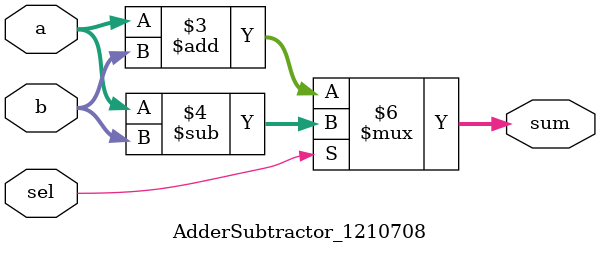
<source format=v>
module AdderSubtractor_1210708 #(parameter n =4) (input signed [n+1:0] a, b,
												input sel,
												output reg signed [n+1:0] sum);

//A module that adds or subtract two numbers based on selection
	always @* begin
		if (sel==0)  //adds the two numbers if the selection is zero
			sum = a + b;
		else 
			sum = a - b;//subtract the two numbers if the selection is zero
	end

endmodule

</source>
